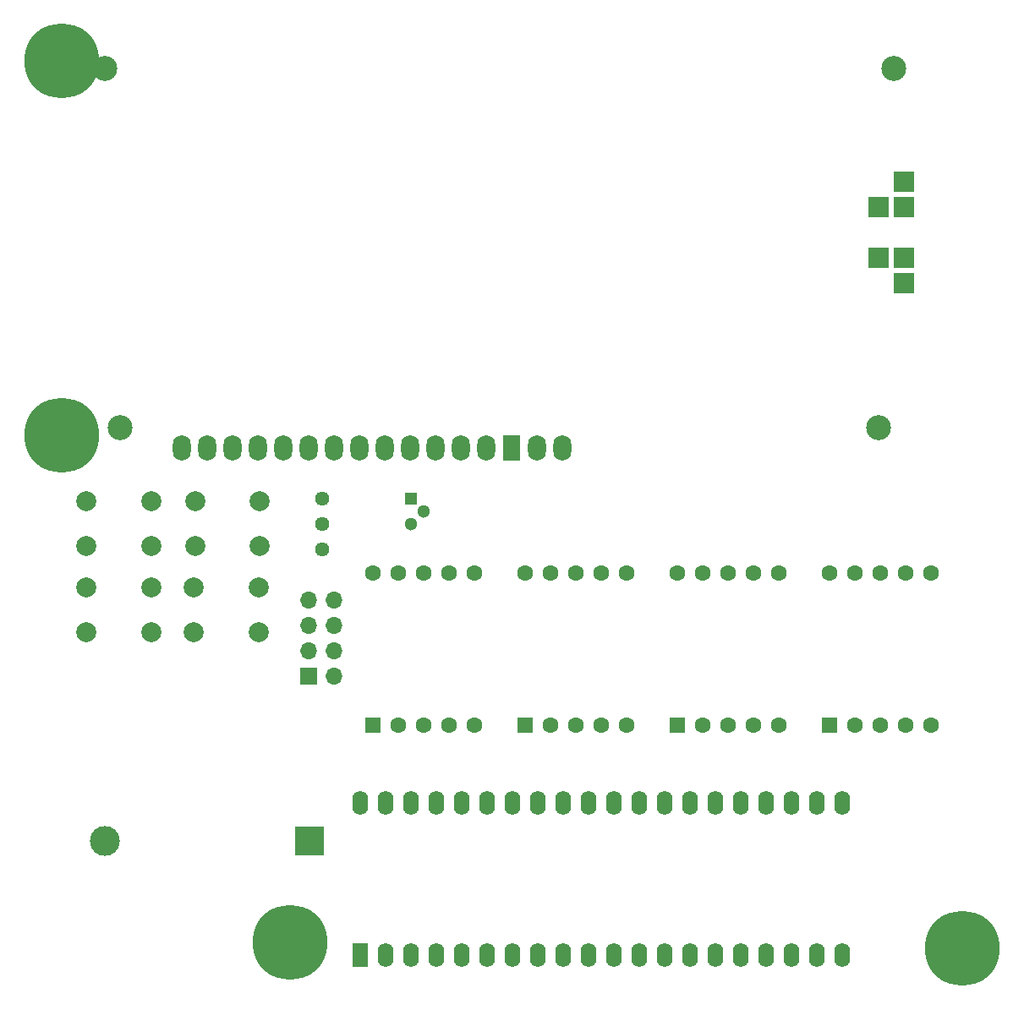
<source format=gbr>
G04 #@! TF.GenerationSoftware,KiCad,Pcbnew,(6.0.8)*
G04 #@! TF.CreationDate,2024-09-25T21:25:08-03:00*
G04 #@! TF.ProjectId,Projeto_01,50726f6a-6574-46f5-9f30-312e6b696361,rev?*
G04 #@! TF.SameCoordinates,Original*
G04 #@! TF.FileFunction,Soldermask,Bot*
G04 #@! TF.FilePolarity,Negative*
%FSLAX46Y46*%
G04 Gerber Fmt 4.6, Leading zero omitted, Abs format (unit mm)*
G04 Created by KiCad (PCBNEW (6.0.8)) date 2024-09-25 21:25:08*
%MOMM*%
%LPD*%
G01*
G04 APERTURE LIST*
%ADD10C,2.000000*%
%ADD11C,7.500000*%
%ADD12C,4.700000*%
%ADD13R,1.600000X1.600000*%
%ADD14C,1.600000*%
%ADD15R,3.000000X3.000000*%
%ADD16C,3.000000*%
%ADD17R,1.600000X2.400000*%
%ADD18O,1.600000X2.400000*%
%ADD19C,1.440000*%
%ADD20C,2.500000*%
%ADD21R,1.800000X2.600000*%
%ADD22O,1.800000X2.600000*%
%ADD23R,2.000000X2.000000*%
%ADD24R,1.700000X1.700000*%
%ADD25O,1.700000X1.700000*%
%ADD26R,1.300000X1.300000*%
%ADD27C,1.300000*%
G04 APERTURE END LIST*
D10*
G04 #@! TO.C,SW2*
X174550000Y-97210000D03*
X181050000Y-97210000D03*
X181050000Y-92710000D03*
X174550000Y-92710000D03*
G04 #@! TD*
D11*
G04 #@! TO.C,H3*
X172085000Y-40005000D03*
D12*
X172085000Y-40005000D03*
G04 #@! TD*
G04 #@! TO.C,H4*
X172085000Y-77470000D03*
D11*
X172085000Y-77470000D03*
G04 #@! TD*
D13*
G04 #@! TO.C,U3*
X233680000Y-106557500D03*
D14*
X236220000Y-106557500D03*
X238760000Y-106557500D03*
X241300000Y-106557500D03*
X243840000Y-106557500D03*
X243840000Y-91317500D03*
X241300000Y-91317500D03*
X238760000Y-91317500D03*
X236220000Y-91317500D03*
X233680000Y-91317500D03*
G04 #@! TD*
D13*
G04 #@! TO.C,U4*
X248920000Y-106557500D03*
D14*
X251460000Y-106557500D03*
X254000000Y-106557500D03*
X256540000Y-106557500D03*
X259080000Y-106557500D03*
X259080000Y-91317500D03*
X256540000Y-91317500D03*
X254000000Y-91317500D03*
X251460000Y-91317500D03*
X248920000Y-91317500D03*
G04 #@! TD*
D11*
G04 #@! TO.C,H2*
X262255000Y-128905000D03*
D12*
X262255000Y-128905000D03*
G04 #@! TD*
D10*
G04 #@! TO.C,SW1*
X174550000Y-88610000D03*
X181050000Y-88610000D03*
X174550000Y-84110000D03*
X181050000Y-84110000D03*
G04 #@! TD*
G04 #@! TO.C,SW3*
X191920000Y-88610000D03*
X185420000Y-88610000D03*
X191920000Y-84110000D03*
X185420000Y-84110000D03*
G04 #@! TD*
D13*
G04 #@! TO.C,U2*
X218440000Y-106557500D03*
D14*
X220980000Y-106557500D03*
X223520000Y-106557500D03*
X226060000Y-106557500D03*
X228600000Y-106557500D03*
X228600000Y-91317500D03*
X226060000Y-91317500D03*
X223520000Y-91317500D03*
X220980000Y-91317500D03*
X218440000Y-91317500D03*
G04 #@! TD*
D13*
G04 #@! TO.C,U1*
X203200000Y-106557500D03*
D14*
X205740000Y-106557500D03*
X208280000Y-106557500D03*
X210820000Y-106557500D03*
X213360000Y-106557500D03*
X213360000Y-91317500D03*
X210820000Y-91317500D03*
X208280000Y-91317500D03*
X205740000Y-91317500D03*
X203200000Y-91317500D03*
G04 #@! TD*
D15*
G04 #@! TO.C,BT1*
X196850000Y-118110000D03*
D16*
X176360000Y-118110000D03*
G04 #@! TD*
D17*
G04 #@! TO.C,U5*
X201940000Y-129520000D03*
D18*
X204480000Y-129520000D03*
X207020000Y-129520000D03*
X209560000Y-129520000D03*
X212100000Y-129520000D03*
X214640000Y-129520000D03*
X217180000Y-129520000D03*
X219720000Y-129520000D03*
X222260000Y-129520000D03*
X224800000Y-129520000D03*
X227340000Y-129520000D03*
X229880000Y-129520000D03*
X232420000Y-129520000D03*
X234960000Y-129520000D03*
X237500000Y-129520000D03*
X240040000Y-129520000D03*
X242580000Y-129520000D03*
X245120000Y-129520000D03*
X247660000Y-129520000D03*
X250200000Y-129520000D03*
X250200000Y-114280000D03*
X247660000Y-114280000D03*
X245120000Y-114280000D03*
X242580000Y-114280000D03*
X240040000Y-114280000D03*
X237500000Y-114280000D03*
X234960000Y-114280000D03*
X232420000Y-114280000D03*
X229880000Y-114280000D03*
X227340000Y-114280000D03*
X224800000Y-114280000D03*
X222260000Y-114280000D03*
X219720000Y-114280000D03*
X217180000Y-114280000D03*
X214640000Y-114280000D03*
X212100000Y-114280000D03*
X209560000Y-114280000D03*
X207020000Y-114280000D03*
X204480000Y-114280000D03*
X201940000Y-114280000D03*
G04 #@! TD*
D12*
G04 #@! TO.C,H1*
X194945000Y-128270000D03*
D11*
X194945000Y-128270000D03*
G04 #@! TD*
D10*
G04 #@! TO.C,SW4*
X185270000Y-97210000D03*
X191770000Y-97210000D03*
X191770000Y-92710000D03*
X185270000Y-92710000D03*
G04 #@! TD*
D19*
G04 #@! TO.C,RV1*
X198120000Y-83820000D03*
X198120000Y-86360000D03*
X198120000Y-88900000D03*
G04 #@! TD*
D20*
G04 #@! TO.C,DS1*
X253900000Y-76740000D03*
X176400000Y-40740000D03*
X177900000Y-76740000D03*
X255400000Y-40740000D03*
D21*
X217120000Y-78740000D03*
D22*
X214580000Y-78740000D03*
X212040000Y-78740000D03*
X209500000Y-78740000D03*
X206960000Y-78740000D03*
X204420000Y-78740000D03*
X201880000Y-78740000D03*
X199340000Y-78740000D03*
X196800000Y-78740000D03*
X194260000Y-78740000D03*
X191720000Y-78740000D03*
X189180000Y-78740000D03*
X186634920Y-78737460D03*
X184100000Y-78740000D03*
X222200000Y-78740000D03*
X219654920Y-78737460D03*
D23*
X253860000Y-54600000D03*
X256400000Y-52060000D03*
X256400000Y-54600000D03*
X256400000Y-59680000D03*
X256400000Y-62220000D03*
X253860000Y-59680000D03*
G04 #@! TD*
D24*
G04 #@! TO.C,J1*
X196830000Y-101590000D03*
D25*
X199370000Y-101590000D03*
X196830000Y-99050000D03*
X199370000Y-99050000D03*
X196830000Y-96510000D03*
X199370000Y-96510000D03*
X196830000Y-93970000D03*
X199370000Y-93970000D03*
G04 #@! TD*
D26*
G04 #@! TO.C,U6*
X207010000Y-83820000D03*
D27*
X208280000Y-85090000D03*
X207010000Y-86360000D03*
G04 #@! TD*
M02*

</source>
